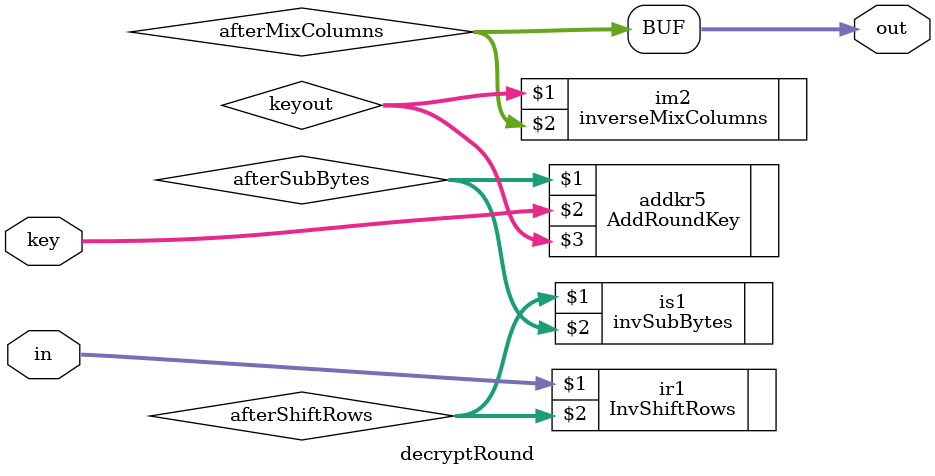
<source format=v>
module DeCipher(input [127 : 0] in, input [1407 : 0] w , input clk ,output reg [127 : 0] finalout);
   	wire [127 : 0] finalround;
    wire [127 : 0] sub;
    wire [127 : 0] shift;
    integer i=-1;
	reg [127:0] currentstate;
    wire [127 : 0] midrounds;
	wire [127:0] firstround;
    AddRoundKey addrk3 (in, w[127 : 0], firstround);
	decryptRound dr (currentstate ,w[(((i+2)*128)-1)-:128],midrounds);
	InvShiftRows isr(currentstate,shift);
	invSubBytes isb(shift,sub);
	AddRoundKey addrk4 (sub,w[1407:1280],finalround);


	always @ (negedge clk) begin 
		if(i<10)begin 
				if(i==-1&& firstround !== 'bx)begin
					currentstate<=firstround;
					finalout <= firstround;
					i=i+1;
				end
				else if(i<=8&& midrounds !== 'bx)begin
						currentstate<=midrounds;
						finalout <= midrounds;
						i=i+1;
					end 
					else if(i==9&& midrounds !== 'bx)begin
						finalout <= finalround;
					end

		end	
	end
endmodule

module decryptRound(in,key,out);
input [127:0] in;
output [127:0] out;
input [127:0] key;
wire [127:0] afterSubBytes;
wire [127:0] keyout;
wire [127:0] afterShiftRows;
wire [127:0] afterMixColumns;

InvShiftRows ir1(in,afterShiftRows);
invSubBytes is1(afterShiftRows,afterSubBytes);
AddRoundKey addkr5(afterSubBytes,key,keyout);
inverseMixColumns im2(keyout,afterMixColumns);
assign out = afterMixColumns;
		
endmodule
</source>
